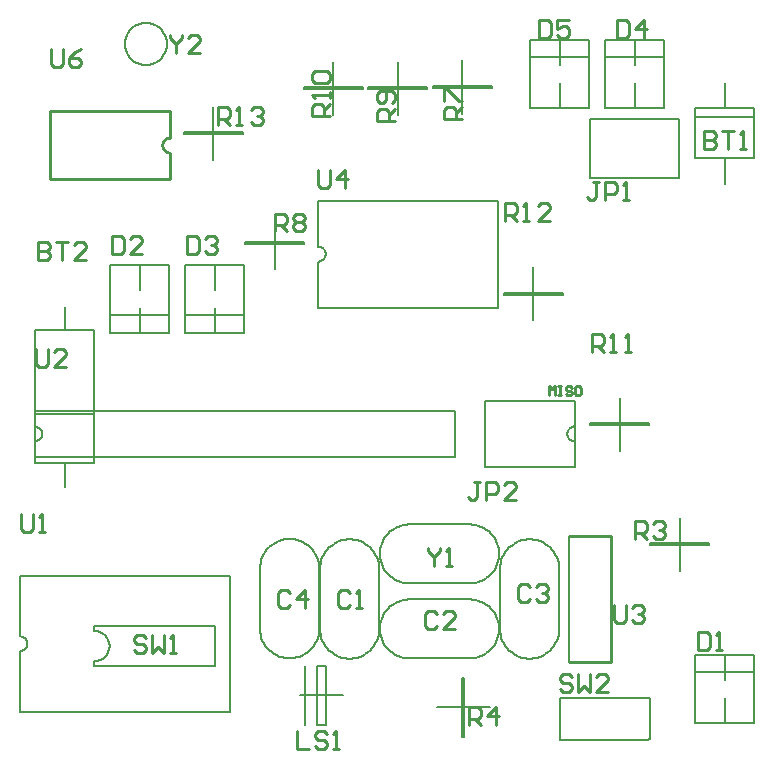
<source format=gto>
G04*
G04 #@! TF.GenerationSoftware,Altium Limited,Altium Designer,21.7.2 (23)*
G04*
G04 Layer_Color=65535*
%FSLAX25Y25*%
%MOIN*%
G70*
G04*
G04 #@! TF.SameCoordinates,0C849742-41F4-41D9-88AD-3FE1B0ACC188*
G04*
G04*
G04 #@! TF.FilePolarity,Positive*
G04*
G01*
G75*
%ADD10C,0.00787*%
%ADD11C,0.01000*%
D10*
X189437Y112598D02*
X188480Y112408D01*
X187669Y111866D01*
X187127Y111055D01*
X186937Y110098D01*
X187127Y109142D01*
X187669Y108331D01*
X188480Y107789D01*
X189437Y107598D01*
X4437Y37677D02*
X5394Y37868D01*
X6205Y38409D01*
X6747Y39220D01*
X6937Y40177D01*
X6747Y41134D01*
X6205Y41945D01*
X5394Y42487D01*
X4437Y42677D01*
X29398Y34331D02*
X30377Y34427D01*
X31319Y34713D01*
X32186Y35177D01*
X32947Y35801D01*
X33571Y36562D01*
X34035Y37429D01*
X34321Y38371D01*
X34417Y39350D01*
X34321Y40330D01*
X34035Y41271D01*
X33571Y42139D01*
X32947Y42900D01*
X32186Y43524D01*
X31319Y43988D01*
X30377Y44274D01*
X29398Y44370D01*
X124279Y65098D02*
X124229Y66094D01*
X124078Y67080D01*
X123828Y68045D01*
X123482Y68980D01*
X123043Y69875D01*
X122515Y70721D01*
X121905Y71510D01*
X121218Y72232D01*
X120462Y72882D01*
X119643Y73451D01*
X118772Y73935D01*
X117855Y74328D01*
X116904Y74627D01*
X115927Y74827D01*
X114936Y74928D01*
X113938D01*
X112947Y74827D01*
X111970Y74627D01*
X111019Y74328D01*
X110102Y73935D01*
X109231Y73451D01*
X108412Y72882D01*
X107656Y72232D01*
X106969Y71510D01*
X106359Y70721D01*
X105831Y69875D01*
X105392Y68980D01*
X105046Y68045D01*
X104796Y67080D01*
X104645Y66094D01*
X104595Y65098D01*
Y45020D02*
X104645Y44024D01*
X104796Y43038D01*
X105046Y42073D01*
X105392Y41138D01*
X105831Y40243D01*
X106359Y39397D01*
X106969Y38609D01*
X107656Y37886D01*
X108412Y37236D01*
X109231Y36667D01*
X110102Y36183D01*
X111019Y35790D01*
X111970Y35491D01*
X112947Y35291D01*
X113938Y35190D01*
X114936D01*
X115928Y35291D01*
X116904Y35491D01*
X117855Y35790D01*
X118772Y36183D01*
X119643Y36667D01*
X120462Y37236D01*
X121218Y37886D01*
X121905Y38609D01*
X122515Y39397D01*
X123043Y40243D01*
X123482Y41138D01*
X123828Y42073D01*
X124078Y43038D01*
X124229Y44024D01*
X124279Y45020D01*
X104279Y65177D02*
X104229Y66173D01*
X104078Y67158D01*
X103828Y68124D01*
X103482Y69059D01*
X103043Y69954D01*
X102515Y70800D01*
X101905Y71588D01*
X101218Y72311D01*
X100462Y72960D01*
X99643Y73530D01*
X98772Y74014D01*
X97855Y74407D01*
X96904Y74705D01*
X95927Y74906D01*
X94936Y75007D01*
X93938D01*
X92947Y74906D01*
X91970Y74705D01*
X91019Y74407D01*
X90102Y74014D01*
X89231Y73530D01*
X88412Y72960D01*
X87656Y72311D01*
X86969Y71588D01*
X86359Y70800D01*
X85831Y69954D01*
X85392Y69059D01*
X85046Y68124D01*
X84796Y67158D01*
X84645Y66173D01*
X84595Y65177D01*
Y45098D02*
X84645Y44103D01*
X84796Y43117D01*
X85046Y42152D01*
X85392Y41217D01*
X85831Y40322D01*
X86359Y39476D01*
X86969Y38687D01*
X87656Y37965D01*
X88412Y37315D01*
X89231Y36746D01*
X90102Y36262D01*
X91019Y35869D01*
X91970Y35570D01*
X92947Y35369D01*
X93938Y35269D01*
X94936D01*
X95928Y35369D01*
X96904Y35570D01*
X97855Y35869D01*
X98772Y36262D01*
X99643Y36746D01*
X100462Y37315D01*
X101218Y37965D01*
X101905Y38687D01*
X102515Y39476D01*
X103043Y40322D01*
X103482Y41217D01*
X103828Y42152D01*
X104078Y43117D01*
X104229Y44103D01*
X104279Y45098D01*
X134358Y79941D02*
X133362Y79890D01*
X132377Y79739D01*
X131412Y79489D01*
X130477Y79143D01*
X129582Y78704D01*
X128735Y78177D01*
X127947Y77566D01*
X127225Y76880D01*
X126575Y76123D01*
X126005Y75305D01*
X125522Y74433D01*
X125128Y73517D01*
X124830Y72566D01*
X124629Y71589D01*
X124528Y70597D01*
Y69600D01*
X124629Y68608D01*
X124830Y67631D01*
X125128Y66680D01*
X125522Y65764D01*
X126005Y64892D01*
X126575Y64074D01*
X127225Y63317D01*
X127947Y62630D01*
X128736Y62020D01*
X129582Y61493D01*
X130477Y61054D01*
X131412Y60707D01*
X132377Y60457D01*
X133362Y60306D01*
X134358Y60256D01*
X154437D02*
X155433Y60306D01*
X156418Y60457D01*
X157384Y60707D01*
X158318Y61054D01*
X159214Y61493D01*
X160060Y62020D01*
X160848Y62630D01*
X161571Y63317D01*
X162220Y64074D01*
X162790Y64892D01*
X163274Y65764D01*
X163667Y66680D01*
X163965Y67631D01*
X164166Y68608D01*
X164267Y69600D01*
Y70597D01*
X164166Y71589D01*
X163965Y72566D01*
X163667Y73517D01*
X163274Y74433D01*
X162790Y75305D01*
X162220Y76123D01*
X161571Y76880D01*
X160848Y77566D01*
X160060Y78177D01*
X159214Y78704D01*
X158318Y79143D01*
X157384Y79490D01*
X156418Y79739D01*
X155433Y79890D01*
X154437Y79941D01*
X134358Y54941D02*
X133362Y54890D01*
X132377Y54739D01*
X131412Y54489D01*
X130477Y54143D01*
X129582Y53704D01*
X128735Y53177D01*
X127947Y52566D01*
X127225Y51880D01*
X126575Y51123D01*
X126005Y50305D01*
X125522Y49433D01*
X125128Y48517D01*
X124830Y47565D01*
X124629Y46589D01*
X124528Y45597D01*
Y44600D01*
X124629Y43608D01*
X124830Y42631D01*
X125128Y41680D01*
X125522Y40764D01*
X126005Y39892D01*
X126575Y39074D01*
X127225Y38317D01*
X127947Y37630D01*
X128736Y37020D01*
X129582Y36493D01*
X130477Y36054D01*
X131412Y35707D01*
X132377Y35457D01*
X133362Y35306D01*
X134358Y35256D01*
X154437D02*
X155433Y35306D01*
X156418Y35457D01*
X157384Y35707D01*
X158318Y36054D01*
X159214Y36493D01*
X160060Y37020D01*
X160848Y37630D01*
X161571Y38317D01*
X162220Y39074D01*
X162790Y39892D01*
X163274Y40764D01*
X163667Y41680D01*
X163965Y42631D01*
X164166Y43608D01*
X164267Y44600D01*
Y45597D01*
X164166Y46589D01*
X163965Y47565D01*
X163667Y48517D01*
X163274Y49433D01*
X162790Y50305D01*
X162220Y51123D01*
X161571Y51880D01*
X160848Y52566D01*
X160060Y53177D01*
X159214Y53704D01*
X158318Y54143D01*
X157384Y54490D01*
X156418Y54739D01*
X155433Y54890D01*
X154437Y54941D01*
X184280Y65098D02*
X184229Y66094D01*
X184078Y67080D01*
X183828Y68045D01*
X183482Y68980D01*
X183043Y69875D01*
X182515Y70721D01*
X181905Y71510D01*
X181218Y72232D01*
X180462Y72882D01*
X179643Y73451D01*
X178772Y73935D01*
X177855Y74328D01*
X176904Y74627D01*
X175927Y74827D01*
X174935Y74928D01*
X173939D01*
X172947Y74827D01*
X171970Y74627D01*
X171019Y74328D01*
X170102Y73935D01*
X169231Y73451D01*
X168412Y72882D01*
X167656Y72232D01*
X166969Y71510D01*
X166359Y70721D01*
X165831Y69875D01*
X165392Y68980D01*
X165046Y68045D01*
X164796Y67080D01*
X164645Y66094D01*
X164594Y65098D01*
Y45020D02*
X164645Y44024D01*
X164796Y43038D01*
X165046Y42073D01*
X165392Y41138D01*
X165831Y40243D01*
X166359Y39397D01*
X166969Y38609D01*
X167656Y37886D01*
X168412Y37236D01*
X169231Y36667D01*
X170102Y36183D01*
X171019Y35790D01*
X171970Y35491D01*
X172947Y35291D01*
X173939Y35190D01*
X174935D01*
X175927Y35291D01*
X176904Y35491D01*
X177855Y35790D01*
X178772Y36183D01*
X179643Y36667D01*
X180462Y37236D01*
X181218Y37886D01*
X181905Y38609D01*
X182515Y39397D01*
X183043Y40243D01*
X183482Y41138D01*
X183828Y42073D01*
X184078Y43038D01*
X184229Y44024D01*
X184280Y45020D01*
X9437Y107598D02*
X10394Y107789D01*
X11205Y108331D01*
X11747Y109142D01*
X11937Y110098D01*
X11747Y111055D01*
X11205Y111866D01*
X10394Y112408D01*
X9437Y112598D01*
X53509Y240098D02*
X53437Y241098D01*
X53224Y242077D01*
X52874Y243016D01*
X52394Y243896D01*
X51793Y244698D01*
X51084Y245407D01*
X50282Y246008D01*
X49402Y246488D01*
X48463Y246838D01*
X47484Y247051D01*
X46484Y247123D01*
X45485Y247051D01*
X44505Y246838D01*
X43566Y246488D01*
X42687Y246008D01*
X41884Y245407D01*
X41176Y244698D01*
X40575Y243896D01*
X40095Y243016D01*
X39744Y242077D01*
X39531Y241098D01*
X39460Y240098D01*
X39531Y239099D01*
X39744Y238119D01*
X40095Y237180D01*
X40575Y236301D01*
X41176Y235498D01*
X41884Y234790D01*
X42687Y234189D01*
X43566Y233709D01*
X44505Y233359D01*
X45485Y233146D01*
X46484Y233074D01*
X47484Y233146D01*
X48463Y233359D01*
X49402Y233709D01*
X50282Y234189D01*
X51084Y234790D01*
X51793Y235498D01*
X52394Y236301D01*
X52874Y237180D01*
X53224Y238120D01*
X53437Y239099D01*
X53509Y240098D01*
X104000Y167500D02*
X104957Y167690D01*
X105768Y168232D01*
X106310Y169043D01*
X106500Y170000D01*
X106310Y170957D01*
X105768Y171768D01*
X104957Y172310D01*
X104000Y172500D01*
X159437Y99098D02*
X189437D01*
X159437D02*
Y121098D01*
X189437D01*
Y107598D02*
Y121098D01*
Y99098D02*
Y112598D01*
X4437Y17480D02*
X74437D01*
Y62874D01*
X4437D02*
X74437D01*
X4437Y42677D02*
Y62874D01*
Y17480D02*
Y37677D01*
X29398Y32795D02*
X69555D01*
Y45906D01*
X29398D02*
X69555D01*
X29398Y44370D02*
Y45906D01*
Y32795D02*
Y34331D01*
X124279Y45020D02*
Y65098D01*
X104595Y45020D02*
Y65098D01*
X104279Y45098D02*
Y65177D01*
X84595Y45098D02*
Y65177D01*
X134358Y79941D02*
X154437D01*
X134358Y60256D02*
X154437D01*
X134358Y54941D02*
X154437D01*
X134358Y35256D02*
X154437D01*
X184280Y45020D02*
Y65098D01*
X164594Y45020D02*
Y65098D01*
X187437Y34098D02*
Y76098D01*
X229594Y201929D02*
X239437D01*
X229594D02*
Y218661D01*
X249279D01*
Y201929D02*
Y218661D01*
X239437Y201929D02*
X249279D01*
X229594Y215774D02*
X249279D01*
X239437Y218661D02*
Y227224D01*
Y193366D02*
Y201929D01*
X103563Y23000D02*
X112126D01*
X97874D02*
X106437D01*
X99521Y13158D02*
Y32842D01*
X103563Y23000D02*
Y32842D01*
X106437D01*
Y13158D02*
Y32842D01*
X103563Y13158D02*
X106437D01*
X103563D02*
Y23000D01*
X19437Y144614D02*
X29280D01*
Y100323D02*
Y144614D01*
X9595Y100323D02*
X29280D01*
X9595D02*
Y144614D01*
X19437D01*
X9595Y116727D02*
X29280D01*
X19437Y92547D02*
Y100323D01*
Y144614D02*
Y152390D01*
X9437Y102323D02*
Y107598D01*
Y112598D02*
Y117874D01*
X149437D01*
Y102323D02*
Y117874D01*
X9437Y102323D02*
X149437D01*
X214595Y73071D02*
X224437D01*
X214595D02*
Y73661D01*
X234279D01*
Y73071D02*
Y73661D01*
X224437Y73071D02*
X234279D01*
X224437Y73661D02*
Y82224D01*
Y64508D02*
Y73071D01*
X151947Y226028D02*
X161789D01*
Y225437D02*
Y226028D01*
X142104Y225437D02*
X161789D01*
X142104D02*
Y226028D01*
X151947D01*
Y216874D02*
Y225437D01*
Y226028D02*
Y234591D01*
X79594Y173535D02*
X89437D01*
X79594D02*
Y174126D01*
X99279D01*
Y173535D02*
Y174126D01*
X89437Y173535D02*
X99279D01*
X89437Y174126D02*
Y182689D01*
Y164972D02*
Y173535D01*
X130473Y225563D02*
X140316D01*
Y224972D02*
Y225563D01*
X120631Y224972D02*
X140316D01*
X120631D02*
Y225563D01*
X130473D01*
Y216409D02*
Y224972D01*
Y225563D02*
Y234126D01*
X109000Y225563D02*
X118842D01*
Y224972D02*
Y225563D01*
X99158Y224972D02*
X118842D01*
X99158D02*
Y225563D01*
X109000D01*
Y216409D02*
Y224972D01*
Y225563D02*
Y234126D01*
X204437Y113661D02*
X214280D01*
Y113071D02*
Y113661D01*
X194595Y113071D02*
X214280D01*
X194595D02*
Y113661D01*
X204437D01*
Y104508D02*
Y113071D01*
Y113661D02*
Y122224D01*
X175631Y157126D02*
X185473D01*
Y156535D02*
Y157126D01*
X165788Y156535D02*
X185473D01*
X165788D02*
Y157126D01*
X175631D01*
Y147972D02*
Y156535D01*
Y157126D02*
Y165689D01*
X152563Y9157D02*
Y19000D01*
X151972Y9157D02*
X152563D01*
X151972D02*
Y28842D01*
X152563D01*
Y19000D02*
Y28842D01*
X143409Y19000D02*
X151972D01*
X152563D02*
X161126D01*
X69000Y210563D02*
X78843D01*
Y209972D02*
Y210563D01*
X59158Y209972D02*
X78843D01*
X59158D02*
Y210563D01*
X69000D01*
Y201409D02*
Y209972D01*
Y210563D02*
Y219126D01*
X194595Y214941D02*
X204437D01*
X194595Y195256D02*
Y214941D01*
Y195256D02*
X204437D01*
X214437Y214941D02*
X224279D01*
Y195256D02*
Y214941D01*
X214437Y195256D02*
X224279D01*
X204437Y214941D02*
X214437D01*
X204437Y195256D02*
X214437D01*
X104000Y152224D02*
Y167500D01*
Y172500D02*
Y187776D01*
X164000D01*
Y152224D02*
Y187776D01*
X104000Y152224D02*
X164000D01*
X184437Y8098D02*
Y22098D01*
X213437Y8098D02*
X214437Y8232D01*
X184437Y8098D02*
X213437D01*
X214437Y8232D02*
Y22098D01*
X184437D02*
X214437D01*
X229594Y36535D02*
X239437D01*
X229594Y13661D02*
Y36535D01*
Y13661D02*
X249279D01*
Y36535D01*
X239437D02*
X249279D01*
X229594Y30577D02*
X249279D01*
X239437Y13661D02*
Y22224D01*
Y27972D02*
Y36535D01*
X44437Y143661D02*
X54280D01*
Y166535D01*
X34595D02*
X54280D01*
X34595Y143661D02*
Y166535D01*
Y143661D02*
X44437D01*
X34595Y149619D02*
X54280D01*
X44437Y157972D02*
Y166535D01*
Y143661D02*
Y152224D01*
X69437Y143661D02*
X79280D01*
Y166535D01*
X59595D02*
X79280D01*
X59595Y143661D02*
Y166535D01*
Y143661D02*
X69437D01*
X59595Y149619D02*
X79280D01*
X69437Y157972D02*
Y166535D01*
Y143661D02*
Y152224D01*
X199594Y241535D02*
X209437D01*
X199594Y218661D02*
Y241535D01*
Y218661D02*
X219280D01*
Y241535D01*
X209437D02*
X219280D01*
X199594Y235577D02*
X219280D01*
X209437Y218661D02*
Y227224D01*
Y232972D02*
Y241535D01*
X174594D02*
X184437D01*
X174594Y218661D02*
Y241535D01*
Y218661D02*
X194280D01*
Y241535D01*
X184437D02*
X194280D01*
X174594Y235577D02*
X194280D01*
X184437Y218661D02*
Y227224D01*
Y232972D02*
Y241535D01*
D11*
X54437Y208848D02*
X53480Y208658D01*
X52669Y208116D01*
X52127Y207305D01*
X51937Y206348D01*
X52127Y205392D01*
X52669Y204581D01*
X53480Y204039D01*
X54437Y203848D01*
X201437Y34098D02*
Y76098D01*
X187437Y34098D02*
X201437D01*
X187437Y76098D02*
X201437D01*
X54437Y208848D02*
Y217598D01*
Y195098D02*
Y203848D01*
X14437Y195098D02*
X54437D01*
X14437D02*
Y217598D01*
X54437D01*
X158001Y93999D02*
X156002D01*
X157002D01*
Y89001D01*
X156002Y88001D01*
X155002D01*
X154003Y89001D01*
X160001Y88001D02*
Y93999D01*
X163000D01*
X163999Y92999D01*
Y91000D01*
X163000Y90000D01*
X160001D01*
X169997Y88001D02*
X165999D01*
X169997Y92000D01*
Y92999D01*
X168998Y93999D01*
X166998D01*
X165999Y92999D01*
X181000Y123000D02*
Y125999D01*
X182000Y124999D01*
X182999Y125999D01*
Y123000D01*
X183999Y125999D02*
X184999D01*
X184499D01*
Y123000D01*
X183999D01*
X184999D01*
X188498Y125499D02*
X187998Y125999D01*
X186998D01*
X186498Y125499D01*
Y124999D01*
X186998Y124499D01*
X187998D01*
X188498Y124000D01*
Y123500D01*
X187998Y123000D01*
X186998D01*
X186498Y123500D01*
X190997Y125999D02*
X189997D01*
X189497Y125499D01*
Y123500D01*
X189997Y123000D01*
X190997D01*
X191497Y123500D01*
Y125499D01*
X190997Y125999D01*
X5000Y83398D02*
Y78400D01*
X6000Y77400D01*
X7999D01*
X8999Y78400D01*
Y83398D01*
X10998Y77400D02*
X12997D01*
X11998D01*
Y83398D01*
X10998Y82398D01*
X46438Y42098D02*
X45438Y43097D01*
X43439D01*
X42439Y42098D01*
Y41098D01*
X43439Y40098D01*
X45438D01*
X46438Y39099D01*
Y38099D01*
X45438Y37099D01*
X43439D01*
X42439Y38099D01*
X48437Y43097D02*
Y37099D01*
X50437Y39099D01*
X52436Y37099D01*
Y43097D01*
X54435Y37099D02*
X56435D01*
X55435D01*
Y43097D01*
X54435Y42098D01*
X114437Y57098D02*
X113437Y58097D01*
X111438D01*
X110438Y57098D01*
Y53099D01*
X111438Y52099D01*
X113437D01*
X114437Y53099D01*
X116436Y52099D02*
X118436D01*
X117436D01*
Y58097D01*
X116436Y57098D01*
X94437D02*
X93438Y58097D01*
X91438D01*
X90439Y57098D01*
Y53099D01*
X91438Y52099D01*
X93438D01*
X94437Y53099D01*
X99436Y52099D02*
Y58097D01*
X96437Y55098D01*
X100435D01*
X140438Y72097D02*
Y71098D01*
X142438Y69098D01*
X144437Y71098D01*
Y72097D01*
X142438Y69098D02*
Y66099D01*
X146436D02*
X148436D01*
X147436D01*
Y72097D01*
X146436Y71098D01*
X143437Y50098D02*
X142438Y51097D01*
X140438D01*
X139439Y50098D01*
Y46099D01*
X140438Y45099D01*
X142438D01*
X143437Y46099D01*
X149435Y45099D02*
X145437D01*
X149435Y49098D01*
Y50098D01*
X148436Y51097D01*
X146436D01*
X145437Y50098D01*
X174437Y59098D02*
X173438Y60097D01*
X171438D01*
X170439Y59098D01*
Y55099D01*
X171438Y54099D01*
X173438D01*
X174437Y55099D01*
X176437Y59098D02*
X177436Y60097D01*
X179436D01*
X180435Y59098D01*
Y58098D01*
X179436Y57098D01*
X178436D01*
X179436D01*
X180435Y56099D01*
Y55099D01*
X179436Y54099D01*
X177436D01*
X176437Y55099D01*
X202439Y53097D02*
Y48099D01*
X203438Y47099D01*
X205438D01*
X206437Y48099D01*
Y53097D01*
X208437Y52098D02*
X209436Y53097D01*
X211436D01*
X212435Y52098D01*
Y51098D01*
X211436Y50098D01*
X210436D01*
X211436D01*
X212435Y49099D01*
Y48099D01*
X211436Y47099D01*
X209436D01*
X208437Y48099D01*
X70502Y213001D02*
Y218999D01*
X73501D01*
X74501Y217999D01*
Y216000D01*
X73501Y215000D01*
X70502D01*
X72502D02*
X74501Y213001D01*
X76500D02*
X78500D01*
X77500D01*
Y218999D01*
X76500Y217999D01*
X81499D02*
X82499Y218999D01*
X84498D01*
X85498Y217999D01*
Y217000D01*
X84498Y216000D01*
X83498D01*
X84498D01*
X85498Y215000D01*
Y214001D01*
X84498Y213001D01*
X82499D01*
X81499Y214001D01*
X154100Y12902D02*
Y18901D01*
X157099D01*
X158099Y17901D01*
Y15902D01*
X157099Y14902D01*
X154100D01*
X156099D02*
X158099Y12902D01*
X163097D02*
Y18901D01*
X160098Y15902D01*
X164097D01*
X104002Y197999D02*
Y193001D01*
X105001Y192001D01*
X107001D01*
X108000Y193001D01*
Y197999D01*
X112999Y192001D02*
Y197999D01*
X110000Y195000D01*
X113998D01*
X54439Y243097D02*
Y242098D01*
X56438Y240098D01*
X58437Y242098D01*
Y243097D01*
X56438Y240098D02*
Y237099D01*
X64435D02*
X60437D01*
X64435Y241098D01*
Y242098D01*
X63436Y243097D01*
X61436D01*
X60437Y242098D01*
X14900Y238498D02*
Y233500D01*
X15900Y232500D01*
X17899D01*
X18899Y233500D01*
Y238498D01*
X24897D02*
X22897Y237498D01*
X20898Y235499D01*
Y233500D01*
X21898Y232500D01*
X23897D01*
X24897Y233500D01*
Y234499D01*
X23897Y235499D01*
X20898D01*
X10000Y138398D02*
Y133400D01*
X11000Y132400D01*
X12999D01*
X13999Y133400D01*
Y138398D01*
X19997Y132400D02*
X15998D01*
X19997Y136399D01*
Y137398D01*
X18997Y138398D01*
X16998D01*
X15998Y137398D01*
X188438Y29098D02*
X187439Y30097D01*
X185439D01*
X184440Y29098D01*
Y28098D01*
X185439Y27098D01*
X187439D01*
X188438Y26099D01*
Y25099D01*
X187439Y24099D01*
X185439D01*
X184440Y25099D01*
X190438Y30097D02*
Y24099D01*
X192437Y26099D01*
X194436Y24099D01*
Y30097D01*
X200434Y24099D02*
X196436D01*
X200434Y28098D01*
Y29098D01*
X199435Y30097D01*
X197435D01*
X196436Y29098D01*
X166394Y180900D02*
Y186898D01*
X169393D01*
X170393Y185898D01*
Y183899D01*
X169393Y182899D01*
X166394D01*
X168393D02*
X170393Y180900D01*
X172392D02*
X174391D01*
X173392D01*
Y186898D01*
X172392Y185898D01*
X181389Y180900D02*
X177390D01*
X181389Y184899D01*
Y185898D01*
X180389Y186898D01*
X178390D01*
X177390Y185898D01*
X195200Y137400D02*
Y143398D01*
X198199D01*
X199199Y142398D01*
Y140399D01*
X198199Y139399D01*
X195200D01*
X197199D02*
X199199Y137400D01*
X201198D02*
X203197D01*
X202198D01*
Y143398D01*
X201198Y142398D01*
X206196Y137400D02*
X208196D01*
X207196D01*
Y143398D01*
X206196Y142398D01*
X107999Y216038D02*
X102001D01*
Y219037D01*
X103001Y220037D01*
X105000D01*
X106000Y219037D01*
Y216038D01*
Y218037D02*
X107999Y220037D01*
Y222036D02*
Y224035D01*
Y223036D01*
X102001D01*
X103001Y222036D01*
Y227034D02*
X102001Y228034D01*
Y230033D01*
X103001Y231033D01*
X106999D01*
X107999Y230033D01*
Y228034D01*
X106999Y227034D01*
X103001D01*
X129472Y214537D02*
X123474D01*
Y217536D01*
X124474Y218536D01*
X126473D01*
X127473Y217536D01*
Y214537D01*
Y216536D02*
X129472Y218536D01*
X128473Y220535D02*
X129472Y221535D01*
Y223534D01*
X128473Y224534D01*
X124474D01*
X123474Y223534D01*
Y221535D01*
X124474Y220535D01*
X125474D01*
X126473Y221535D01*
Y224534D01*
X89439Y177564D02*
Y183562D01*
X92438D01*
X93437Y182562D01*
Y180563D01*
X92438Y179563D01*
X89439D01*
X91438D02*
X93437Y177564D01*
X95437Y182562D02*
X96436Y183562D01*
X98436D01*
X99435Y182562D01*
Y181563D01*
X98436Y180563D01*
X99435Y179563D01*
Y178564D01*
X98436Y177564D01*
X96436D01*
X95437Y178564D01*
Y179563D01*
X96436Y180563D01*
X95437Y181563D01*
Y182562D01*
X96436Y180563D02*
X98436D01*
X151946Y215002D02*
X145948D01*
Y218001D01*
X146948Y219000D01*
X148947D01*
X149947Y218001D01*
Y215002D01*
Y217001D02*
X151946Y219000D01*
X145948Y221000D02*
Y224998D01*
X146948D01*
X150946Y221000D01*
X151946D01*
X209439Y75099D02*
Y81098D01*
X212438D01*
X213437Y80098D01*
Y78098D01*
X212438Y77099D01*
X209439D01*
X211438D02*
X213437Y75099D01*
X215437Y80098D02*
X216436Y81098D01*
X218436D01*
X219435Y80098D01*
Y79098D01*
X218436Y78098D01*
X217436D01*
X218436D01*
X219435Y77099D01*
Y76099D01*
X218436Y75099D01*
X216436D01*
X215437Y76099D01*
X97002Y10999D02*
Y5001D01*
X101001D01*
X106999Y9999D02*
X105999Y10999D01*
X104000D01*
X103000Y9999D01*
Y9000D01*
X104000Y8000D01*
X105999D01*
X106999Y7000D01*
Y6001D01*
X105999Y5001D01*
X104000D01*
X103000Y6001D01*
X108998Y5001D02*
X110998D01*
X109998D01*
Y10999D01*
X108998Y9999D01*
X197438Y194097D02*
X195439D01*
X196438D01*
Y189099D01*
X195439Y188099D01*
X194439D01*
X193439Y189099D01*
X199437Y188099D02*
Y194097D01*
X202436D01*
X203436Y193098D01*
Y191098D01*
X202436Y190099D01*
X199437D01*
X205435Y188099D02*
X207435D01*
X206435D01*
Y194097D01*
X205435Y193098D01*
X177439Y248097D02*
Y242099D01*
X180438D01*
X181437Y243099D01*
Y247098D01*
X180438Y248097D01*
X177439D01*
X187435D02*
X183437D01*
Y245098D01*
X185436Y246098D01*
X186436D01*
X187435Y245098D01*
Y243099D01*
X186436Y242099D01*
X184436D01*
X183437Y243099D01*
X203439Y248097D02*
Y242099D01*
X206438D01*
X207437Y243099D01*
Y247098D01*
X206438Y248097D01*
X203439D01*
X212436Y242099D02*
Y248097D01*
X209437Y245098D01*
X213435D01*
X60200Y175898D02*
Y169900D01*
X63199D01*
X64199Y170900D01*
Y174898D01*
X63199Y175898D01*
X60200D01*
X66198Y174898D02*
X67198Y175898D01*
X69197D01*
X70197Y174898D01*
Y173899D01*
X69197Y172899D01*
X68197D01*
X69197D01*
X70197Y171899D01*
Y170900D01*
X69197Y169900D01*
X67198D01*
X66198Y170900D01*
X35200Y175898D02*
Y169900D01*
X38199D01*
X39199Y170900D01*
Y174898D01*
X38199Y175898D01*
X35200D01*
X45197Y169900D02*
X41198D01*
X45197Y173899D01*
Y174898D01*
X44197Y175898D01*
X42198D01*
X41198Y174898D01*
X230438Y44097D02*
Y38099D01*
X233437D01*
X234437Y39099D01*
Y43098D01*
X233437Y44097D01*
X230438D01*
X236436Y38099D02*
X238436D01*
X237436D01*
Y44097D01*
X236436Y43098D01*
X10440Y174098D02*
Y168099D01*
X13439D01*
X14438Y169099D01*
Y170099D01*
X13439Y171098D01*
X10440D01*
X13439D01*
X14438Y172098D01*
Y173098D01*
X13439Y174098D01*
X10440D01*
X16438D02*
X20436D01*
X18437D01*
Y168099D01*
X26434D02*
X22436D01*
X26434Y172098D01*
Y173098D01*
X25435Y174098D01*
X23435D01*
X22436Y173098D01*
X232439Y211097D02*
Y205099D01*
X235438D01*
X236438Y206099D01*
Y207099D01*
X235438Y208098D01*
X232439D01*
X235438D01*
X236438Y209098D01*
Y210098D01*
X235438Y211097D01*
X232439D01*
X238437D02*
X242436D01*
X240437D01*
Y205099D01*
X244435D02*
X246435D01*
X245435D01*
Y211097D01*
X244435Y210098D01*
M02*

</source>
